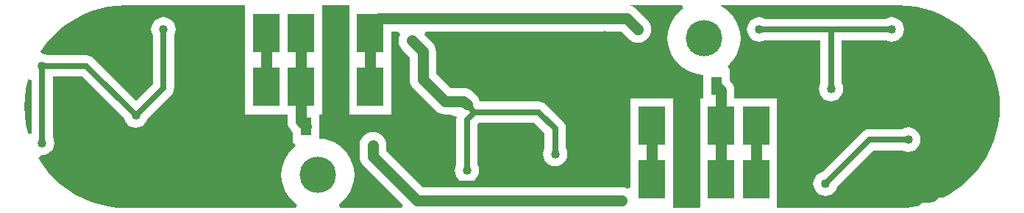
<source format=gbl>
%FSLAX25Y25*%
%MOIN*%
G70*
G01*
G75*
G04 Layer_Physical_Order=2*
G04 Layer_Color=65280*
%ADD10P,0.08352X4X369.0*%
%ADD11P,0.08352X4X81.0*%
%ADD12P,0.08352X4X153.0*%
%ADD13R,0.05906X0.05906*%
%ADD14P,0.08352X4X117.0*%
%ADD15R,0.05906X0.05906*%
%ADD16C,0.05000*%
%ADD17C,0.02500*%
%ADD18C,0.16500*%
%ADD19C,0.04000*%
%ADD20R,0.05000X0.08000*%
%ADD21R,0.12205X0.17716*%
G36*
X890209Y887157D02*
Y862843D01*
X888727Y862615D01*
X888575Y863096D01*
X887706Y867013D01*
X887183Y870992D01*
X887007Y875000D01*
X887183Y879008D01*
X887706Y882987D01*
X888575Y886904D01*
X888727Y887385D01*
X890209Y887157D01*
D02*
G37*
G36*
X1287008Y920817D02*
X1290987Y920294D01*
X1294904Y919425D01*
X1298730Y918219D01*
X1302437Y916683D01*
X1305996Y914831D01*
X1309380Y912675D01*
X1312564Y910232D01*
X1315522Y907522D01*
X1318232Y904564D01*
X1320675Y901380D01*
X1322831Y897996D01*
X1324683Y894437D01*
X1326219Y890730D01*
X1327425Y886904D01*
X1328294Y882987D01*
X1328817Y879008D01*
X1328993Y875000D01*
X1328817Y870992D01*
X1328294Y867013D01*
X1327425Y863096D01*
X1326219Y859270D01*
X1324683Y855563D01*
X1322831Y852004D01*
X1320675Y848620D01*
X1319208Y846708D01*
X1311292Y838792D01*
X1309380Y837325D01*
X1305996Y835169D01*
X1303270Y833750D01*
X1301250D01*
X1299671Y832171D01*
X1298730Y831781D01*
X1297046Y831250D01*
X1293750D01*
X1292554Y830054D01*
X1290987Y829706D01*
X1287008Y829183D01*
X1283154Y829014D01*
X1283000Y829035D01*
X1228098D01*
Y829535D01*
X1228098D01*
Y854142D01*
Y878858D01*
X1212350D01*
Y878858D01*
X1208777D01*
Y882252D01*
X1208661Y883428D01*
X1208318Y884559D01*
X1207761Y885602D01*
X1207011Y886515D01*
X1207011Y886515D01*
X1206500Y887026D01*
Y892000D01*
X1206181D01*
X1205662Y893407D01*
X1206703Y894297D01*
X1208390Y896272D01*
X1209747Y898486D01*
X1210741Y900885D01*
X1211347Y903411D01*
X1211551Y906000D01*
X1211347Y908589D01*
X1210741Y911115D01*
X1209747Y913514D01*
X1208390Y915728D01*
X1206703Y917703D01*
X1204728Y919390D01*
X1202514Y920747D01*
X1202557Y920965D01*
X1283000D01*
X1283154Y920986D01*
X1287008Y920817D01*
D02*
G37*
G36*
X933000Y920965D02*
X986902D01*
Y920858D01*
X986902D01*
Y896142D01*
Y871535D01*
X1006223D01*
Y868248D01*
X1006223Y868248D01*
X1006223D01*
X1006339Y867072D01*
X1006682Y865941D01*
X1006682Y865941D01*
X1006682Y865941D01*
X1007239Y864898D01*
X1007989Y863985D01*
X1007989Y863985D01*
X1007989Y863985D01*
X1007989Y863985D01*
Y863985D01*
X1008500Y863474D01*
Y858500D01*
X1009404D01*
X1009923Y857093D01*
X1008297Y855703D01*
X1006610Y853728D01*
X1005253Y851514D01*
X1004259Y849115D01*
X1003653Y846589D01*
X1003449Y844000D01*
X1003653Y841411D01*
X1004259Y838885D01*
X1005253Y836486D01*
X1006610Y834272D01*
X1008297Y832297D01*
X1010272Y830610D01*
X1010487Y830478D01*
X1010079Y829035D01*
X933000D01*
X932845Y829014D01*
X928992Y829183D01*
X925014Y829706D01*
X921096Y830575D01*
X917270Y831781D01*
X913563Y833317D01*
X910004Y835169D01*
X906620Y837325D01*
X903436Y839768D01*
X900478Y842478D01*
X897768Y845436D01*
X895325Y848620D01*
X893295Y851806D01*
X893547Y852200D01*
X894994Y852953D01*
X895000Y852952D01*
X896436Y853142D01*
X897774Y853696D01*
X898923Y854577D01*
X899804Y855726D01*
X900358Y857064D01*
X900548Y858500D01*
X900358Y859936D01*
X899804Y861274D01*
X899791Y861291D01*
Y888709D01*
X913015D01*
X932139Y869586D01*
X932142Y869564D01*
X932696Y868226D01*
X933577Y867077D01*
X934726Y866196D01*
X936064Y865642D01*
X937500Y865452D01*
X938936Y865642D01*
X940274Y866196D01*
X941423Y867077D01*
X942304Y868226D01*
X942858Y869564D01*
X942861Y869586D01*
X953388Y880112D01*
Y880112D01*
D01*
D01*
D01*
X953388Y880112D01*
D01*
Y880112D01*
D01*
X953388D01*
Y880112D01*
D01*
Y880112D01*
Y880112D01*
X953388D01*
D01*
D01*
Y880112D01*
D01*
D01*
D01*
D01*
D01*
D01*
Y880112D01*
D01*
D01*
X953388D01*
D01*
X953388Y880112D01*
D01*
D01*
X954149Y881104D01*
X954628Y882260D01*
X954791Y883500D01*
Y907209D01*
X954804Y907226D01*
X955358Y908564D01*
X955548Y910000D01*
X955358Y911436D01*
X954804Y912774D01*
X953923Y913923D01*
X952774Y914804D01*
X951436Y915358D01*
X950000Y915547D01*
X948564Y915358D01*
X947226Y914804D01*
X946077Y913923D01*
X945196Y912774D01*
X944642Y911436D01*
X944452Y910000D01*
X944642Y908564D01*
X945196Y907226D01*
X945209Y907209D01*
Y885485D01*
X937500Y877775D01*
X918388Y896888D01*
X917395Y897649D01*
X917057Y897789D01*
X916240Y898128D01*
X915000Y898291D01*
X897791D01*
X897774Y898304D01*
X896436Y898858D01*
X895000Y899047D01*
X894419Y899959D01*
X895325Y901380D01*
X897768Y904564D01*
X900478Y907522D01*
X903436Y910232D01*
X906620Y912675D01*
X910004Y914831D01*
X913563Y916683D01*
X917270Y918219D01*
X921096Y919425D01*
X925014Y920294D01*
X928992Y920817D01*
X932845Y920986D01*
X933000Y920965D01*
D02*
G37*
G36*
X1185487Y919522D02*
X1185272Y919390D01*
X1183297Y917703D01*
X1181610Y915728D01*
X1180253Y913514D01*
X1179259Y911115D01*
X1178653Y908589D01*
X1178449Y906000D01*
X1178653Y903411D01*
X1179259Y900885D01*
X1180253Y898486D01*
X1181610Y896272D01*
X1183297Y894297D01*
X1185272Y892610D01*
X1187486Y891253D01*
X1189885Y890259D01*
X1192411Y889653D01*
X1194500Y889488D01*
Y884795D01*
X1194471Y884500D01*
X1194500Y884205D01*
Y878858D01*
X1193146D01*
Y854142D01*
X1193146D01*
Y829535D01*
D01*
Y829535D01*
X1192645Y829035D01*
X1180854D01*
Y829535D01*
X1180854D01*
Y854142D01*
Y878858D01*
X1161650D01*
Y854142D01*
Y838544D01*
X1160363Y837773D01*
X1159807Y838070D01*
X1158676Y838413D01*
X1157500Y838529D01*
X1067497D01*
X1051029Y854997D01*
Y857500D01*
X1050913Y858676D01*
X1050570Y859807D01*
X1050013Y860850D01*
X1049263Y861763D01*
X1048350Y862513D01*
X1047307Y863070D01*
X1046176Y863413D01*
X1045000Y863529D01*
X1043824Y863413D01*
X1042693Y863070D01*
X1041650Y862513D01*
X1040737Y861763D01*
X1039987Y860850D01*
X1039430Y859807D01*
X1039087Y858676D01*
X1038971Y857500D01*
Y852500D01*
X1038971Y852500D01*
X1038971D01*
X1039087Y851324D01*
X1039430Y850193D01*
X1039430Y850193D01*
X1039430Y850193D01*
X1039987Y849150D01*
X1040737Y848237D01*
X1040737Y848237D01*
X1040737Y848237D01*
X1058553Y830420D01*
X1057979Y829035D01*
X1029921D01*
X1029513Y830478D01*
X1029728Y830610D01*
X1031703Y832297D01*
X1033390Y834272D01*
X1034747Y836486D01*
X1035741Y838885D01*
X1036347Y841411D01*
X1036551Y844000D01*
X1036347Y846589D01*
X1035741Y849115D01*
X1034747Y851514D01*
X1033390Y853728D01*
X1031703Y855703D01*
X1029728Y857390D01*
X1027514Y858747D01*
X1025115Y859741D01*
X1022589Y860347D01*
X1020500Y860512D01*
Y865705D01*
X1020529Y866000D01*
X1020500Y866295D01*
Y871535D01*
X1021854D01*
Y896142D01*
Y920858D01*
D01*
Y920858D01*
X1021962Y920965D01*
X1034146D01*
Y920858D01*
X1034146D01*
Y896142D01*
Y871535D01*
X1053350D01*
Y896142D01*
Y908971D01*
X1056360D01*
X1057131Y907684D01*
X1056930Y907307D01*
X1056587Y906176D01*
X1056471Y905000D01*
X1056587Y903824D01*
X1056930Y902693D01*
X1057487Y901651D01*
X1058237Y900737D01*
X1061471Y897503D01*
Y887500D01*
X1061587Y886324D01*
X1061930Y885193D01*
X1062487Y884150D01*
X1063237Y883237D01*
X1073237Y873237D01*
X1073237Y873237D01*
X1074150Y872487D01*
X1075193Y871930D01*
X1076324Y871587D01*
X1077500Y871471D01*
X1077500Y871471D01*
X1079900D01*
X1082872Y870240D01*
X1082709Y869000D01*
Y848791D01*
X1082696Y848774D01*
X1082142Y847436D01*
X1081952Y846000D01*
X1082142Y844564D01*
X1082696Y843226D01*
X1083577Y842077D01*
X1084726Y841196D01*
X1086064Y840642D01*
X1087500Y840452D01*
X1088936Y840642D01*
X1090274Y841196D01*
X1091423Y842077D01*
X1092304Y843226D01*
X1092858Y844564D01*
X1093048Y846000D01*
X1092858Y847436D01*
X1092304Y848774D01*
X1092291Y848791D01*
Y867015D01*
X1092984Y867709D01*
X1118015D01*
X1122709Y863015D01*
Y856291D01*
X1122696Y856274D01*
X1122142Y854936D01*
X1121953Y853500D01*
X1122142Y852064D01*
X1122696Y850726D01*
X1123577Y849577D01*
X1124726Y848696D01*
X1126064Y848142D01*
X1127500Y847952D01*
X1128936Y848142D01*
X1130274Y848696D01*
X1131423Y849577D01*
X1132304Y850726D01*
X1132858Y852064D01*
X1133047Y853500D01*
X1132858Y854936D01*
X1132304Y856274D01*
X1132291Y856291D01*
Y865000D01*
X1132128Y866240D01*
X1131649Y867395D01*
X1130888Y868388D01*
X1123388Y875888D01*
X1122396Y876649D01*
X1122057Y876789D01*
X1121240Y877128D01*
X1120000Y877291D01*
X1093378D01*
X1093070Y878307D01*
X1092513Y879350D01*
X1091763Y880263D01*
X1090263Y881763D01*
D01*
X1090263Y881763D01*
D01*
D01*
D01*
X1090263Y881763D01*
X1090263Y881763D01*
X1089350Y882513D01*
X1088307Y883070D01*
Y883070D01*
X1088307D01*
D01*
D01*
D01*
D01*
X1088307D01*
Y883070D01*
D01*
D01*
X1088307Y883070D01*
X1088307Y883070D01*
X1088307Y883070D01*
D01*
X1087176Y883413D01*
X1086000Y883529D01*
X1079997D01*
X1073529Y889997D01*
Y900000D01*
X1073413Y901176D01*
X1073070Y902307D01*
X1072513Y903350D01*
X1071763Y904263D01*
X1068441Y907585D01*
X1069015Y908971D01*
X1157503D01*
X1160737Y905737D01*
X1161650Y904987D01*
X1162693Y904430D01*
X1163824Y904087D01*
X1165000Y903971D01*
X1166176Y904087D01*
X1167307Y904430D01*
X1168350Y904987D01*
X1169263Y905737D01*
X1170013Y906650D01*
X1170570Y907693D01*
X1170913Y908824D01*
X1171029Y910000D01*
X1170913Y911176D01*
X1170570Y912307D01*
X1170013Y913350D01*
X1169263Y914263D01*
X1164263Y919263D01*
X1163350Y920013D01*
X1162307Y920570D01*
X1161176Y920913D01*
Y920913D01*
X1161179Y920965D01*
X1185079D01*
X1185487Y919522D01*
D02*
G37*
%LPC*%
G36*
X1280000Y915547D02*
X1278564Y915358D01*
X1277226Y914804D01*
X1277209Y914791D01*
X1222791D01*
X1222774Y914804D01*
X1221436Y915358D01*
X1220000Y915547D01*
X1218564Y915358D01*
X1217226Y914804D01*
X1216077Y913923D01*
X1215196Y912774D01*
X1214642Y911436D01*
X1214452Y910000D01*
X1214642Y908564D01*
X1215196Y907226D01*
X1216077Y906077D01*
X1217226Y905196D01*
X1218564Y904642D01*
X1220000Y904453D01*
X1221436Y904642D01*
X1222774Y905196D01*
X1222791Y905209D01*
X1247709D01*
Y885791D01*
X1247696Y885774D01*
X1247142Y884436D01*
X1246953Y883000D01*
X1247142Y881564D01*
X1247696Y880226D01*
X1248577Y879077D01*
X1249726Y878196D01*
X1251064Y877642D01*
X1252500Y877452D01*
X1253936Y877642D01*
X1255274Y878196D01*
X1256423Y879077D01*
X1257304Y880226D01*
X1257858Y881564D01*
X1258047Y883000D01*
X1257858Y884436D01*
X1257304Y885774D01*
X1257291Y885791D01*
Y905209D01*
X1277209D01*
X1277226Y905196D01*
X1278564Y904642D01*
X1280000Y904453D01*
X1281436Y904642D01*
X1282774Y905196D01*
X1283923Y906077D01*
X1284804Y907226D01*
X1285358Y908564D01*
X1285548Y910000D01*
X1285358Y911436D01*
X1284804Y912774D01*
X1283923Y913923D01*
X1282774Y914804D01*
X1281436Y915358D01*
X1280000Y915547D01*
D02*
G37*
G36*
X1287500Y865547D02*
X1286064Y865358D01*
X1284726Y864804D01*
X1284709Y864791D01*
X1270000D01*
X1268760Y864628D01*
X1267605Y864149D01*
X1266612Y863388D01*
X1248586Y845361D01*
X1248564Y845358D01*
X1247226Y844804D01*
X1246077Y843923D01*
X1245196Y842774D01*
X1244642Y841436D01*
X1244452Y840000D01*
X1244642Y838564D01*
X1245196Y837226D01*
X1246077Y836077D01*
X1247226Y835196D01*
X1248564Y834642D01*
X1250000Y834453D01*
X1251436Y834642D01*
X1252774Y835196D01*
X1253923Y836077D01*
X1254804Y837226D01*
X1255358Y838564D01*
X1255361Y838586D01*
X1271984Y855209D01*
X1284709D01*
X1284726Y855196D01*
X1286064Y854642D01*
X1287500Y854453D01*
X1288936Y854642D01*
X1290274Y855196D01*
X1291423Y856077D01*
X1292304Y857226D01*
X1292858Y858564D01*
X1293048Y860000D01*
X1292858Y861436D01*
X1292304Y862774D01*
X1291423Y863923D01*
X1290274Y864804D01*
X1288936Y865358D01*
X1287500Y865547D01*
D02*
G37*
%LPD*%
D16*
X1067500Y887500D02*
Y900000D01*
Y887500D02*
X1077500Y877500D01*
X1086000D02*
X1087500Y876000D01*
X1077500Y877500D02*
X1086000D01*
X1062500Y905000D02*
X1067500Y900000D01*
X1065000Y832500D02*
X1157500D01*
X1045000Y852500D02*
X1065000Y832500D01*
X1045000Y852500D02*
Y857500D01*
X1047500Y915000D02*
X1160000D01*
X1043748Y890000D02*
Y911248D01*
X1160000Y915000D02*
X1165000Y910000D01*
X1043748Y911248D02*
X1047500Y915000D01*
X1028000Y868500D02*
Y908500D01*
X1150000Y890000D02*
X1180000D01*
X1218496Y840996D02*
Y866500D01*
X1187000Y841894D02*
Y883000D01*
X1180000Y890000D02*
X1187000Y883000D01*
X1025500Y866000D02*
X1028000Y868500D01*
X1012252Y868248D02*
Y908500D01*
Y868248D02*
X1014500Y866000D01*
X1202748Y841894D02*
Y882252D01*
X1200500Y884500D02*
X1202748Y882252D01*
X1187000Y882000D02*
X1189500Y884500D01*
X1202748Y841894D02*
X1202748Y841894D01*
X1171252D02*
Y866500D01*
X996504Y883894D02*
Y908500D01*
D17*
X1223000Y895500D02*
X1245000D01*
X1213216Y885716D02*
X1223000Y895500D01*
X1087500Y876000D02*
X1091000Y872500D01*
X1087500Y869000D02*
X1091000Y872500D01*
X1087500Y846000D02*
Y869000D01*
X1120000Y872500D02*
X1127500Y865000D01*
X1091000Y872500D02*
X1120000D01*
X1127500Y853500D02*
Y865000D01*
X1150000Y855000D02*
Y907500D01*
X1115000Y842500D02*
X1137500D01*
X1027500Y870000D02*
X1030000Y867500D01*
X1055000D01*
X1057500Y865000D01*
Y855000D02*
Y865000D01*
Y855000D02*
X1069000Y843500D01*
X1075000D01*
X1245000Y873000D02*
X1252500Y865500D01*
X1245000Y873000D02*
Y895500D01*
X1297000Y907500D02*
X1302500D01*
X1282500Y893000D02*
X1297000Y907500D01*
X1282500Y880000D02*
Y893000D01*
X1280000Y877500D02*
X1282500Y880000D01*
X1264500Y877500D02*
X1280000D01*
X1252500Y865500D02*
X1264500Y877500D01*
X1285000Y840500D02*
X1312500Y868000D01*
X1315000D01*
X1115000Y842500D02*
Y861000D01*
X1112500Y840000D02*
X1115000Y842500D01*
X1078500Y840000D02*
X1112500D01*
X1075000Y843500D02*
X1078500Y840000D01*
X1137500Y842500D02*
X1150000Y855000D01*
X915000Y893500D02*
X937500Y871000D01*
X895000Y893500D02*
X915000D01*
X907500Y871000D02*
X930000Y848500D01*
X905000Y871000D02*
X907500D01*
X950000Y883500D02*
Y910000D01*
X937500Y871000D02*
X950000Y883500D01*
X895000Y858500D02*
Y893500D01*
X1252500Y883000D02*
Y910000D01*
X1220000D02*
X1280000D01*
X1315000Y868000D02*
Y895000D01*
X1302500Y907500D02*
X1315000Y895000D01*
X1270000Y860000D02*
X1287500D01*
X1250000Y840000D02*
X1270000Y860000D01*
D18*
X1195000Y906000D02*
D03*
X1020000Y844000D02*
D03*
D19*
X1213216Y885716D02*
D03*
X1220000Y910000D02*
D03*
X1280000D02*
D03*
X1027500Y900000D02*
D03*
X1150000Y907500D02*
D03*
X1062500Y905000D02*
D03*
X1027500Y870000D02*
D03*
X1012252Y890000D02*
D03*
X996504Y883894D02*
D03*
X1045000Y857500D02*
D03*
X1157500Y832500D02*
D03*
X1165000Y910000D02*
D03*
X1218496Y840996D02*
D03*
X1202748Y866500D02*
D03*
X1187000Y866500D02*
D03*
X1171252D02*
D03*
X972500Y886000D02*
D03*
X937500Y871000D02*
D03*
X895000Y858500D02*
D03*
Y893500D02*
D03*
X905000Y871000D02*
D03*
X930000Y848500D02*
D03*
X927500Y903500D02*
D03*
X950000Y910000D02*
D03*
X1075000Y843500D02*
D03*
X1115000Y861000D02*
D03*
X1125000Y842500D02*
D03*
X1087500Y846000D02*
D03*
X1150000Y883500D02*
D03*
X1127500Y853500D02*
D03*
X1252500Y865500D02*
D03*
X1282500Y893000D02*
D03*
X1302500Y907500D02*
D03*
X1315000Y868000D02*
D03*
X1285000Y840500D02*
D03*
X1245000Y895500D02*
D03*
X1252500Y883000D02*
D03*
X1287500Y860000D02*
D03*
X1171252Y841894D02*
D03*
X1250000Y840000D02*
D03*
D20*
X1200500Y884500D02*
D03*
X1189500D02*
D03*
X1014500Y866000D02*
D03*
X1025500D02*
D03*
D21*
X1043748Y883894D02*
D03*
X1028000D02*
D03*
X1012252D02*
D03*
X1043748Y908500D02*
D03*
X1028000D02*
D03*
X1012252D02*
D03*
X996504Y883894D02*
D03*
Y908500D02*
D03*
X1171252Y866500D02*
D03*
X1187000D02*
D03*
X1202748Y866500D02*
D03*
X1171252Y841894D02*
D03*
X1187000D02*
D03*
X1202748D02*
D03*
X1218496Y866500D02*
D03*
Y841894D02*
D03*
M02*

</source>
